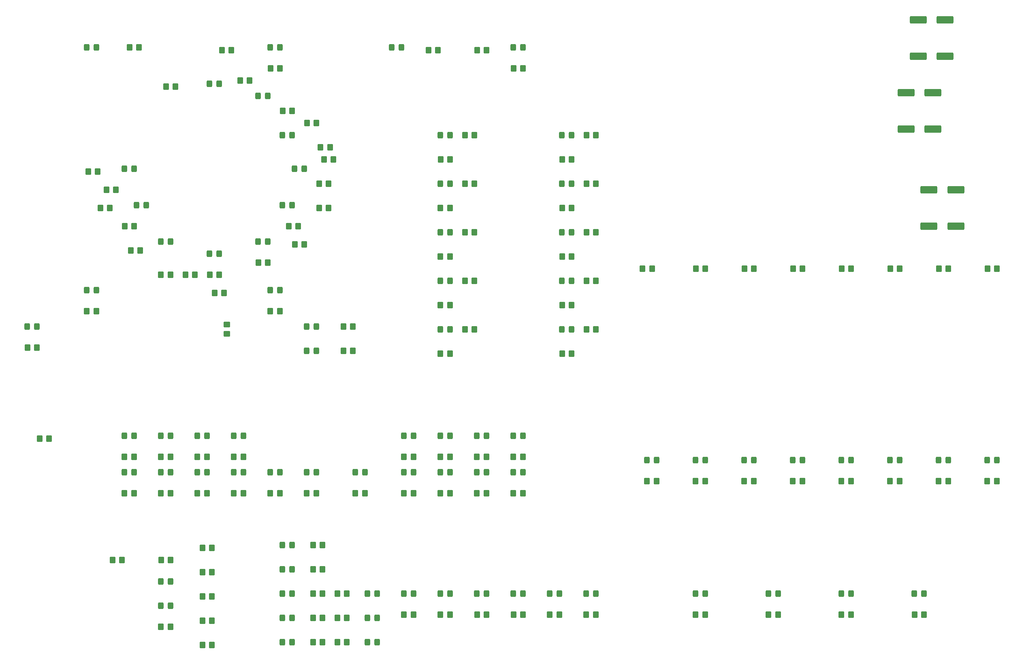
<source format=gbr>
%TF.GenerationSoftware,KiCad,Pcbnew,6.0.5-2.fc34*%
%TF.CreationDate,2022-08-23T22:10:19+03:00*%
%TF.ProjectId,spartan3,73706172-7461-46e3-932e-6b696361645f,rev?*%
%TF.SameCoordinates,Original*%
%TF.FileFunction,Paste,Top*%
%TF.FilePolarity,Positive*%
%FSLAX46Y46*%
G04 Gerber Fmt 4.6, Leading zero omitted, Abs format (unit mm)*
G04 Created by KiCad (PCBNEW 6.0.5-2.fc34) date 2022-08-23 22:10:19*
%MOMM*%
%LPD*%
G01*
G04 APERTURE LIST*
G04 Aperture macros list*
%AMRoundRect*
0 Rectangle with rounded corners*
0 $1 Rounding radius*
0 $2 $3 $4 $5 $6 $7 $8 $9 X,Y pos of 4 corners*
0 Add a 4 corners polygon primitive as box body*
4,1,4,$2,$3,$4,$5,$6,$7,$8,$9,$2,$3,0*
0 Add four circle primitives for the rounded corners*
1,1,$1+$1,$2,$3*
1,1,$1+$1,$4,$5*
1,1,$1+$1,$6,$7*
1,1,$1+$1,$8,$9*
0 Add four rect primitives between the rounded corners*
20,1,$1+$1,$2,$3,$4,$5,0*
20,1,$1+$1,$4,$5,$6,$7,0*
20,1,$1+$1,$6,$7,$8,$9,0*
20,1,$1+$1,$8,$9,$2,$3,0*%
G04 Aperture macros list end*
%ADD10RoundRect,0.250000X0.350000X0.450000X-0.350000X0.450000X-0.350000X-0.450000X0.350000X-0.450000X0*%
%ADD11RoundRect,0.250000X-0.350000X-0.450000X0.350000X-0.450000X0.350000X0.450000X-0.350000X0.450000X0*%
%ADD12RoundRect,0.250000X-0.325000X-0.450000X0.325000X-0.450000X0.325000X0.450000X-0.325000X0.450000X0*%
%ADD13RoundRect,0.250000X-1.500000X-0.550000X1.500000X-0.550000X1.500000X0.550000X-1.500000X0.550000X0*%
%ADD14RoundRect,0.250000X0.450000X-0.350000X0.450000X0.350000X-0.450000X0.350000X-0.450000X-0.350000X0*%
G04 APERTURE END LIST*
D10*
%TO.C,R_d_in_ram_a_w_0*%
X98790000Y-78740000D03*
X96790000Y-78740000D03*
%TD*%
D11*
%TO.C,R_out_acc_r_0*%
X33250000Y-115570000D03*
X35250000Y-115570000D03*
%TD*%
D12*
%TO.C,D_out_s6_0*%
X122125000Y-144240000D03*
X124175000Y-144240000D03*
%TD*%
D11*
%TO.C,R_in_manual_input_o_1*%
X195850000Y-76200000D03*
X197850000Y-76200000D03*
%TD*%
D12*
%TO.C,D_out_is_bus1_w_0*%
X17745000Y-80740000D03*
X19795000Y-80740000D03*
%TD*%
D11*
%TO.C,R_reset_0*%
X7890000Y-111760000D03*
X9890000Y-111760000D03*
%TD*%
D10*
%TO.C,R_in_is_clk_manual_0*%
X43910000Y-154940000D03*
X41910000Y-154940000D03*
%TD*%
D12*
%TO.C,D_in_r2_r_0*%
X33225000Y-70580000D03*
X35275000Y-70580000D03*
%TD*%
D11*
%TO.C,R_d_in_acc_r_0*%
X66310000Y-58420000D03*
X68310000Y-58420000D03*
%TD*%
D12*
%TO.C,D_out_flags_z_0*%
X190705000Y-144240000D03*
X192755000Y-144240000D03*
%TD*%
%TO.C,D_out_sysbus_1*%
X195785000Y-116300000D03*
X197835000Y-116300000D03*
%TD*%
%TO.C,D_in_r2_w_0*%
X117045000Y-78740000D03*
X119095000Y-78740000D03*
%TD*%
D11*
%TO.C,R_in_ir_w_0*%
X91670000Y-63500000D03*
X93670000Y-63500000D03*
%TD*%
%TO.C,R_out_r2_w_0*%
X99290000Y-123190000D03*
X101290000Y-123190000D03*
%TD*%
D12*
%TO.C,D_out_r0_w_0*%
X84025000Y-118840000D03*
X86075000Y-118840000D03*
%TD*%
D11*
%TO.C,R_out_is_bus1_w_0*%
X17770000Y-85090000D03*
X19770000Y-85090000D03*
%TD*%
%TO.C,R_out_flags_C_out_0*%
X145010000Y-148590000D03*
X147010000Y-148590000D03*
%TD*%
D13*
%TO.C,C_pwr_vcc_core_1*%
X188970000Y-46990000D03*
X194570000Y-46990000D03*
%TD*%
D12*
%TO.C,D_in_is_clk_low_0*%
X58625000Y-149320000D03*
X60675000Y-149320000D03*
%TD*%
D11*
%TO.C,R_out_iar_r_0*%
X25630000Y-115570000D03*
X27630000Y-115570000D03*
%TD*%
%TO.C,R_in_ir_r_0*%
X63770000Y-45720000D03*
X65770000Y-45720000D03*
%TD*%
D10*
%TO.C,R_out_clkc_0*%
X72120000Y-144240000D03*
X70120000Y-144240000D03*
%TD*%
D12*
%TO.C,D_out_r0_r_0*%
X84025000Y-111220000D03*
X86075000Y-111220000D03*
%TD*%
D10*
%TO.C,R_in_manual_input_r_0*%
X20050000Y-55880000D03*
X18050000Y-55880000D03*
%TD*%
D11*
%TO.C,R_out_s6_0*%
X122150000Y-148590000D03*
X124150000Y-148590000D03*
%TD*%
%TO.C,R_out_bus1_0*%
X48490000Y-115570000D03*
X50490000Y-115570000D03*
%TD*%
%TO.C,R_d_in_manual_input_r_0*%
X21860000Y-59690000D03*
X23860000Y-59690000D03*
%TD*%
%TO.C,R_d_in_r3_r_0*%
X25670000Y-67310000D03*
X27670000Y-67310000D03*
%TD*%
D10*
%TO.C,R_out_clkw_0*%
X72120000Y-154400000D03*
X70120000Y-154400000D03*
%TD*%
D12*
%TO.C,D_out_can_write_0*%
X81485000Y-29940000D03*
X83535000Y-29940000D03*
%TD*%
D11*
%TO.C,R_out_s4_0*%
X106950000Y-148590000D03*
X108950000Y-148590000D03*
%TD*%
%TO.C,R_in_r1_w_0*%
X117110000Y-73660000D03*
X119110000Y-73660000D03*
%TD*%
%TO.C,R_in_manual_input_o_4*%
X165370000Y-76200000D03*
X167370000Y-76200000D03*
%TD*%
%TO.C,R_in_clk_manual_0*%
X23130000Y-137160000D03*
X25130000Y-137160000D03*
%TD*%
%TO.C,R_in_r1_r_0*%
X38370000Y-77470000D03*
X40370000Y-77470000D03*
%TD*%
%TO.C,R_out_sysbus_2*%
X185650000Y-120650000D03*
X187650000Y-120650000D03*
%TD*%
%TO.C,R_out_r2_r_0*%
X99290000Y-115570000D03*
X101290000Y-115570000D03*
%TD*%
D10*
%TO.C,R_d_in_r0_w_0*%
X124190000Y-58420000D03*
X122190000Y-58420000D03*
%TD*%
D11*
%TO.C,R_out_ram_r_0*%
X40870000Y-115570000D03*
X42870000Y-115570000D03*
%TD*%
%TO.C,R_d_in_is_bus1_w_0*%
X56110000Y-85090000D03*
X58110000Y-85090000D03*
%TD*%
%TO.C,R_d_in_r0_r_0*%
X53610000Y-74930000D03*
X55610000Y-74930000D03*
%TD*%
D13*
%TO.C,C_pwr_vcc_core_0*%
X188970000Y-39370000D03*
X194570000Y-39370000D03*
%TD*%
D10*
%TO.C,R_d_in_temp_w_0*%
X124190000Y-48260000D03*
X122190000Y-48260000D03*
%TD*%
D12*
%TO.C,D_out_clkr_0*%
X76405000Y-149320000D03*
X78455000Y-149320000D03*
%TD*%
D11*
%TO.C,R_d_in_ram_r_0*%
X59960000Y-67310000D03*
X61960000Y-67310000D03*
%TD*%
%TO.C,R_out_sysbus_5*%
X155170000Y-120650000D03*
X157170000Y-120650000D03*
%TD*%
D12*
%TO.C,D_out_s2_0*%
X91645000Y-144240000D03*
X93695000Y-144240000D03*
%TD*%
D11*
%TO.C,R_d_in_iar_r_0*%
X49800000Y-36830000D03*
X51800000Y-36830000D03*
%TD*%
D12*
%TO.C,D_in_iar_w_0*%
X91645000Y-48260000D03*
X93695000Y-48260000D03*
%TD*%
%TO.C,D_out_iar_r_0*%
X25605000Y-111220000D03*
X27655000Y-111220000D03*
%TD*%
D11*
%TO.C,R_out_ram_w_0*%
X40870000Y-123190000D03*
X42870000Y-123190000D03*
%TD*%
%TO.C,R_in_r0_w_0*%
X117110000Y-63500000D03*
X119110000Y-63500000D03*
%TD*%
D10*
%TO.C,R_d_in_ir_w_0*%
X98790000Y-58420000D03*
X96790000Y-58420000D03*
%TD*%
D11*
%TO.C,R_out_flags_eq_0*%
X175490000Y-148590000D03*
X177490000Y-148590000D03*
%TD*%
D12*
%TO.C,D_out_ram_r_0*%
X40845000Y-111220000D03*
X42895000Y-111220000D03*
%TD*%
D11*
%TO.C,R_d_in_r2_r_0*%
X33250000Y-77470000D03*
X35250000Y-77470000D03*
%TD*%
D12*
%TO.C,D_out_r2_r_0*%
X99265000Y-111220000D03*
X101315000Y-111220000D03*
%TD*%
D10*
%TO.C,R_in_is_clk_high_0*%
X43910000Y-144780000D03*
X41910000Y-144780000D03*
%TD*%
D12*
%TO.C,D_out_r3_r_0*%
X106885000Y-111220000D03*
X108935000Y-111220000D03*
%TD*%
D14*
%TO.C,R_in_bus1_0*%
X46990000Y-89900000D03*
X46990000Y-87900000D03*
%TD*%
D11*
%TO.C,R_d_in_bus1_one_0*%
X71390000Y-93440000D03*
X73390000Y-93440000D03*
%TD*%
D12*
%TO.C,D_out_flags_eq_0*%
X175465000Y-144240000D03*
X177515000Y-144240000D03*
%TD*%
%TO.C,D_out_s5_0*%
X114505000Y-144240000D03*
X116555000Y-144240000D03*
%TD*%
%TO.C,D_out_acc_w_0*%
X33225000Y-118840000D03*
X35275000Y-118840000D03*
%TD*%
D11*
%TO.C,R_out_ir_w_0*%
X48490000Y-123190000D03*
X50490000Y-123190000D03*
%TD*%
D10*
%TO.C,R_out_clkr_0*%
X72120000Y-149320000D03*
X70120000Y-149320000D03*
%TD*%
D12*
%TO.C,D_out_s3_0*%
X99265000Y-144240000D03*
X101315000Y-144240000D03*
%TD*%
D11*
%TO.C,R_in_r3_w_0*%
X117110000Y-93980000D03*
X119110000Y-93980000D03*
%TD*%
%TO.C,R_out_s1_0*%
X84050000Y-148590000D03*
X86050000Y-148590000D03*
%TD*%
D10*
%TO.C,R_d_in_acc_w_0*%
X98790000Y-68580000D03*
X96790000Y-68580000D03*
%TD*%
D12*
%TO.C,D_in_r3_w_0*%
X117045000Y-88900000D03*
X119095000Y-88900000D03*
%TD*%
D11*
%TO.C,R_in_temp_w_0*%
X117110000Y-53340000D03*
X119110000Y-53340000D03*
%TD*%
D12*
%TO.C,D_out_r2_w_0*%
X99265000Y-118840000D03*
X101315000Y-118840000D03*
%TD*%
D11*
%TO.C,R_out_s5_0*%
X114530000Y-148590000D03*
X116530000Y-148590000D03*
%TD*%
%TO.C,R_out_r1_w_0*%
X91670000Y-123190000D03*
X93670000Y-123190000D03*
%TD*%
%TO.C,R_out_r0_w_0*%
X84050000Y-123190000D03*
X86050000Y-123190000D03*
%TD*%
%TO.C,R_out_clk_internal_0*%
X33250000Y-151130000D03*
X35250000Y-151130000D03*
%TD*%
D12*
%TO.C,D_in_is_clk_high_0*%
X58625000Y-144240000D03*
X60675000Y-144240000D03*
%TD*%
%TO.C,D_in_bus1_one_0*%
X63705000Y-93440000D03*
X65755000Y-93440000D03*
%TD*%
D11*
%TO.C,R_in_write_reg_en_0*%
X99330000Y-30480000D03*
X101330000Y-30480000D03*
%TD*%
%TO.C,R_d_in_none_r_0*%
X34290000Y-38100000D03*
X36290000Y-38100000D03*
%TD*%
D13*
%TO.C,C_pwr_aux_0*%
X193790000Y-59690000D03*
X199390000Y-59690000D03*
%TD*%
D11*
%TO.C,R_out_flags_w_0*%
X73890000Y-123190000D03*
X75890000Y-123190000D03*
%TD*%
D13*
%TO.C,U_pwr_vcc_1*%
X191510000Y-31750000D03*
X197110000Y-31750000D03*
%TD*%
D12*
%TO.C,D_out_flags_gt_0*%
X160225000Y-144240000D03*
X162275000Y-144240000D03*
%TD*%
%TO.C,D_in_r1_w_0*%
X117045000Y-68580000D03*
X119095000Y-68580000D03*
%TD*%
%TO.C,D_out_clk_internal_0*%
X33225000Y-146780000D03*
X35275000Y-146780000D03*
%TD*%
%TO.C,D_in_ram_w_0*%
X91645000Y-88900000D03*
X93695000Y-88900000D03*
%TD*%
D10*
%TO.C,R_d_in_is_clk_external_0*%
X67040000Y-139160000D03*
X65040000Y-139160000D03*
%TD*%
D12*
%TO.C,D_out_sysbus_0*%
X205945000Y-116300000D03*
X207995000Y-116300000D03*
%TD*%
D11*
%TO.C,R_in_manual_input_o_5*%
X155210000Y-76200000D03*
X157210000Y-76200000D03*
%TD*%
%TO.C,R_out_s3_0*%
X99330000Y-148590000D03*
X101330000Y-148590000D03*
%TD*%
D12*
%TO.C,D_in_acc_w_0*%
X91645000Y-68580000D03*
X93695000Y-68580000D03*
%TD*%
D11*
%TO.C,R_in_r2_w_0*%
X117110000Y-83820000D03*
X119110000Y-83820000D03*
%TD*%
%TO.C,R_out_sysbus_1*%
X195810000Y-120650000D03*
X197810000Y-120650000D03*
%TD*%
D12*
%TO.C,D_in_manual_input_r_0*%
X25605000Y-55340000D03*
X27655000Y-55340000D03*
%TD*%
%TO.C,D_out_sysbus_6*%
X144985000Y-116300000D03*
X147035000Y-116300000D03*
%TD*%
D11*
%TO.C,R_out_sysbus_4*%
X165330000Y-120650000D03*
X167330000Y-120650000D03*
%TD*%
D10*
%TO.C,R_d_in_r1_w_0*%
X124190000Y-68580000D03*
X122190000Y-68580000D03*
%TD*%
D12*
%TO.C,D_out_sysbus_2*%
X185625000Y-116300000D03*
X187675000Y-116300000D03*
%TD*%
%TO.C,D_in_ram_a_w_0*%
X91645000Y-78740000D03*
X93695000Y-78740000D03*
%TD*%
%TO.C,D_out_s1_0*%
X84025000Y-144240000D03*
X86075000Y-144240000D03*
%TD*%
D10*
%TO.C,R_in_is_clk_veryhigh_0*%
X43910000Y-134620000D03*
X41910000Y-134620000D03*
%TD*%
D11*
%TO.C,R_in_iar_r_0*%
X58690000Y-43180000D03*
X60690000Y-43180000D03*
%TD*%
D10*
%TO.C,R_d_in_r2_w_0*%
X124190000Y-78740000D03*
X122190000Y-78740000D03*
%TD*%
D11*
%TO.C,R_out_r0_r_0*%
X84050000Y-115570000D03*
X86050000Y-115570000D03*
%TD*%
D12*
%TO.C,D_out_bus1_0*%
X48465000Y-111220000D03*
X50515000Y-111220000D03*
%TD*%
%TO.C,D_in_r0_w_0*%
X117045000Y-58420000D03*
X119095000Y-58420000D03*
%TD*%
D11*
%TO.C,R_out_flags_z_0*%
X190770000Y-148590000D03*
X192770000Y-148590000D03*
%TD*%
D10*
%TO.C,R_d_in_is_clk_high_0*%
X67040000Y-144240000D03*
X65040000Y-144240000D03*
%TD*%
D13*
%TO.C,C_pwr_aux_1*%
X193790000Y-67310000D03*
X199390000Y-67310000D03*
%TD*%
D11*
%TO.C,R_out_iar_w_0*%
X25630000Y-123190000D03*
X27630000Y-123190000D03*
%TD*%
%TO.C,R_in_manual_input_o_2*%
X185690000Y-76200000D03*
X187690000Y-76200000D03*
%TD*%
D12*
%TO.C,D_in_r1_r_0*%
X43385000Y-73120000D03*
X45435000Y-73120000D03*
%TD*%
D11*
%TO.C,R_out_r3_r_0*%
X106910000Y-115570000D03*
X108910000Y-115570000D03*
%TD*%
D12*
%TO.C,D_in_acc_r_0*%
X61165000Y-55340000D03*
X63215000Y-55340000D03*
%TD*%
D11*
%TO.C,R_out_r3_w_0*%
X106910000Y-123190000D03*
X108910000Y-123190000D03*
%TD*%
D12*
%TO.C,D_in_ir_r_0*%
X58625000Y-48260000D03*
X60675000Y-48260000D03*
%TD*%
D11*
%TO.C,R_in_ram_w_0*%
X91670000Y-93980000D03*
X93670000Y-93980000D03*
%TD*%
%TO.C,R_out_acc_w_0*%
X33250000Y-123190000D03*
X35250000Y-123190000D03*
%TD*%
%TO.C,R_out_flags_gt_0*%
X160250000Y-148590000D03*
X162250000Y-148590000D03*
%TD*%
D12*
%TO.C,D_out_sysbus_3*%
X175465000Y-116300000D03*
X177515000Y-116300000D03*
%TD*%
%TO.C,D_in_iar_r_0*%
X53545000Y-40100000D03*
X55595000Y-40100000D03*
%TD*%
%TO.C,D_out_sysbus_7*%
X134825000Y-116300000D03*
X136875000Y-116300000D03*
%TD*%
%TO.C,D_in_temp_w_0*%
X117045000Y-48260000D03*
X119095000Y-48260000D03*
%TD*%
%TO.C,D_in_read_reg_en_0*%
X56085000Y-29940000D03*
X58135000Y-29940000D03*
%TD*%
D11*
%TO.C,R_d_in_read_reg_en_0*%
X56150000Y-34290000D03*
X58150000Y-34290000D03*
%TD*%
%TO.C,R_in_ram_r_0*%
X66310000Y-63500000D03*
X68310000Y-63500000D03*
%TD*%
D10*
%TO.C,R_in_is_clk_low_0*%
X43910000Y-149860000D03*
X41910000Y-149860000D03*
%TD*%
%TO.C,R_d_in_is_clk_veryhigh_0*%
X67040000Y-134080000D03*
X65040000Y-134080000D03*
%TD*%
D12*
%TO.C,D_out_can_read_0*%
X17745000Y-29940000D03*
X19795000Y-29940000D03*
%TD*%
D11*
%TO.C,R_in_acc_w_0*%
X91670000Y-73660000D03*
X93670000Y-73660000D03*
%TD*%
%TO.C,R_out_can_write_0*%
X89170000Y-30480000D03*
X91170000Y-30480000D03*
%TD*%
D12*
%TO.C,D_in_is_clk_manual_0*%
X58625000Y-154400000D03*
X60675000Y-154400000D03*
%TD*%
D11*
%TO.C,R_out_sysbus_7*%
X134850000Y-120650000D03*
X136850000Y-120650000D03*
%TD*%
D12*
%TO.C,D_out_ram_w_0*%
X40845000Y-118840000D03*
X42895000Y-118840000D03*
%TD*%
%TO.C,D_out_s4_0*%
X106885000Y-144240000D03*
X108935000Y-144240000D03*
%TD*%
D11*
%TO.C,R_out_sysbus_6*%
X145010000Y-120650000D03*
X147010000Y-120650000D03*
%TD*%
D12*
%TO.C,D_out_r1_r_0*%
X91645000Y-111220000D03*
X93695000Y-111220000D03*
%TD*%
%TO.C,D_out_iar_w_0*%
X25605000Y-118840000D03*
X27655000Y-118840000D03*
%TD*%
%TO.C,D_out_temp_w_0*%
X56085000Y-118840000D03*
X58135000Y-118840000D03*
%TD*%
%TO.C,D_in_r0_r_0*%
X53545000Y-70580000D03*
X55595000Y-70580000D03*
%TD*%
%TO.C,D_in_is_clk_external_0*%
X58625000Y-139160000D03*
X60675000Y-139160000D03*
%TD*%
%TO.C,D_out_clkc_0*%
X76405000Y-144240000D03*
X78455000Y-144240000D03*
%TD*%
%TO.C,D_out_r3_w_0*%
X106885000Y-118840000D03*
X108935000Y-118840000D03*
%TD*%
D11*
%TO.C,R_in_r0_r_0*%
X61230000Y-71120000D03*
X63230000Y-71120000D03*
%TD*%
D10*
%TO.C,R_in_is_bus1_w_0*%
X46450000Y-81280000D03*
X44450000Y-81280000D03*
%TD*%
D11*
%TO.C,R_out_r1_r_0*%
X91670000Y-115570000D03*
X93670000Y-115570000D03*
%TD*%
D12*
%TO.C,D_in_bus1_ps_0*%
X63705000Y-88360000D03*
X65755000Y-88360000D03*
%TD*%
D10*
%TO.C,R_d_in_is_clk_low_0*%
X67040000Y-149320000D03*
X65040000Y-149320000D03*
%TD*%
D12*
%TO.C,D_in_clk_manual_0*%
X33225000Y-141700000D03*
X35275000Y-141700000D03*
%TD*%
%TO.C,D_out_ir_w_0*%
X48465000Y-118840000D03*
X50515000Y-118840000D03*
%TD*%
%TO.C,D_out_flags_w_0*%
X73865000Y-118840000D03*
X75915000Y-118840000D03*
%TD*%
%TO.C,D_out_r1_w_0*%
X91645000Y-118840000D03*
X93695000Y-118840000D03*
%TD*%
D10*
%TO.C,R_d_in_ram_w_0*%
X98790000Y-88900000D03*
X96790000Y-88900000D03*
%TD*%
D11*
%TO.C,R_in_manual_input_o_3*%
X175530000Y-76200000D03*
X177530000Y-76200000D03*
%TD*%
D12*
%TO.C,D_out_acc_r_0*%
X33225000Y-111220000D03*
X35275000Y-111220000D03*
%TD*%
D11*
%TO.C,R_out_temp_w_0*%
X56110000Y-123190000D03*
X58110000Y-123190000D03*
%TD*%
D12*
%TO.C,D_in_ir_w_0*%
X91645000Y-58420000D03*
X93695000Y-58420000D03*
%TD*%
D10*
%TO.C,R_in_r3_r_0*%
X22590000Y-63500000D03*
X20590000Y-63500000D03*
%TD*%
D12*
%TO.C,D_in_is_bus1_w_0*%
X56085000Y-80740000D03*
X58135000Y-80740000D03*
%TD*%
D11*
%TO.C,R_out_s2_0*%
X91670000Y-148590000D03*
X93670000Y-148590000D03*
%TD*%
D12*
%TO.C,D_in_ram_r_0*%
X58625000Y-62960000D03*
X60675000Y-62960000D03*
%TD*%
D10*
%TO.C,R_d_in_bus1_ps_0*%
X73390000Y-88360000D03*
X71390000Y-88360000D03*
%TD*%
D11*
%TO.C,R_in_manual_input_o_7*%
X133890000Y-76200000D03*
X135890000Y-76200000D03*
%TD*%
%TO.C,R_d_in_ir_r_0*%
X66580000Y-50800000D03*
X68580000Y-50800000D03*
%TD*%
%TO.C,R_out_can_read_0*%
X26670000Y-29940000D03*
X28670000Y-29940000D03*
%TD*%
D12*
%TO.C,D_vcc_0*%
X5285000Y-88360000D03*
X7335000Y-88360000D03*
%TD*%
D11*
%TO.C,R_in_manual_input_o_6*%
X145050000Y-76200000D03*
X147050000Y-76200000D03*
%TD*%
%TO.C,R_in_manual_input_o_0*%
X206010000Y-76200000D03*
X208010000Y-76200000D03*
%TD*%
D10*
%TO.C,R_in_r2_r_0*%
X28940000Y-72390000D03*
X26940000Y-72390000D03*
%TD*%
D11*
%TO.C,R_out_ram_a_w_0*%
X63730000Y-123190000D03*
X65730000Y-123190000D03*
%TD*%
%TO.C,R_in_read_reg_en_0*%
X45990000Y-30480000D03*
X47990000Y-30480000D03*
%TD*%
D12*
%TO.C,D_out_flags_C_out_0*%
X144985000Y-144240000D03*
X147035000Y-144240000D03*
%TD*%
D11*
%TO.C,R_out_sysbus_0*%
X205970000Y-120650000D03*
X207970000Y-120650000D03*
%TD*%
D10*
%TO.C,R_d_in_is_clk_manual_0*%
X67040000Y-154400000D03*
X65040000Y-154400000D03*
%TD*%
D12*
%TO.C,D_out_sysbus_5*%
X155145000Y-116300000D03*
X157195000Y-116300000D03*
%TD*%
%TO.C,D_out_clkw_0*%
X76405000Y-154400000D03*
X78455000Y-154400000D03*
%TD*%
%TO.C,D_in_r3_r_0*%
X28145000Y-62960000D03*
X30195000Y-62960000D03*
%TD*%
D10*
%TO.C,R_in_is_clk_external_0*%
X43910000Y-139700000D03*
X41910000Y-139700000D03*
%TD*%
D12*
%TO.C,D_out_sysbus_4*%
X165305000Y-116300000D03*
X167355000Y-116300000D03*
%TD*%
D11*
%TO.C,R_d_in_clk_manual_0*%
X33290000Y-137160000D03*
X35290000Y-137160000D03*
%TD*%
%TO.C,R_vcc_0*%
X5350000Y-92710000D03*
X7350000Y-92710000D03*
%TD*%
%TO.C,R_out_sysbus_3*%
X175490000Y-120650000D03*
X177490000Y-120650000D03*
%TD*%
%TO.C,R_d_in_write_reg_en_0*%
X106950000Y-34290000D03*
X108950000Y-34290000D03*
%TD*%
%TO.C,R_in_acc_r_0*%
X67310000Y-53340000D03*
X69310000Y-53340000D03*
%TD*%
D12*
%TO.C,D_in_none_r_0*%
X43385000Y-37560000D03*
X45435000Y-37560000D03*
%TD*%
D10*
%TO.C,R_d_in_r3_w_0*%
X124190000Y-88900000D03*
X122190000Y-88900000D03*
%TD*%
D11*
%TO.C,R_in_iar_w_0*%
X91710000Y-53340000D03*
X93710000Y-53340000D03*
%TD*%
D10*
%TO.C,R_d_in_iar_w_0*%
X98790000Y-48260000D03*
X96790000Y-48260000D03*
%TD*%
D13*
%TO.C,C_pwr_vcc_0*%
X191510000Y-24130000D03*
X197110000Y-24130000D03*
%TD*%
D12*
%TO.C,D_in_is_clk_veryhigh_0*%
X58625000Y-134080000D03*
X60675000Y-134080000D03*
%TD*%
D11*
%TO.C,R_d_in_r1_r_0*%
X43450000Y-77470000D03*
X45450000Y-77470000D03*
%TD*%
%TO.C,R_in_ram_a_w_0*%
X91670000Y-83820000D03*
X93670000Y-83820000D03*
%TD*%
D12*
%TO.C,D_in_write_reg_en_0*%
X106885000Y-29940000D03*
X108935000Y-29940000D03*
%TD*%
%TO.C,D_out_ram_a_w_0*%
X63705000Y-118840000D03*
X65755000Y-118840000D03*
%TD*%
M02*

</source>
